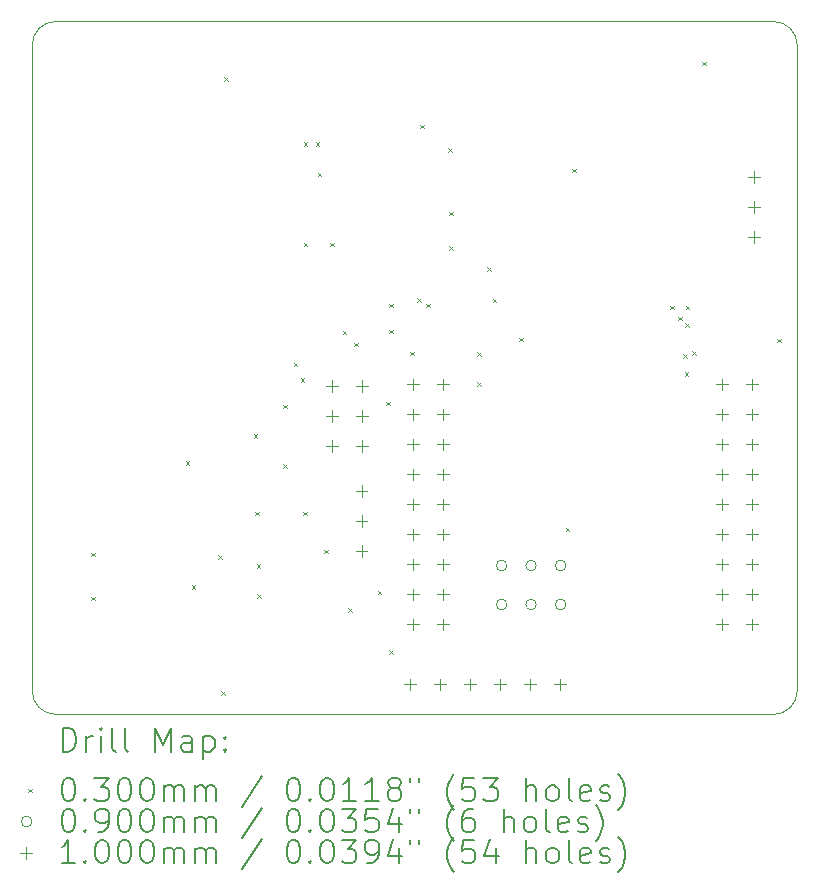
<source format=gbr>
%TF.GenerationSoftware,KiCad,Pcbnew,8.0.7*%
%TF.CreationDate,2025-05-01T01:05:52-07:00*%
%TF.ProjectId,salp_board,73616c70-5f62-46f6-9172-642e6b696361,rev?*%
%TF.SameCoordinates,Original*%
%TF.FileFunction,Drillmap*%
%TF.FilePolarity,Positive*%
%FSLAX45Y45*%
G04 Gerber Fmt 4.5, Leading zero omitted, Abs format (unit mm)*
G04 Created by KiCad (PCBNEW 8.0.7) date 2025-05-01 01:05:52*
%MOMM*%
%LPD*%
G01*
G04 APERTURE LIST*
%ADD10C,0.050000*%
%ADD11C,0.200000*%
%ADD12C,0.100000*%
G04 APERTURE END LIST*
D10*
X19637400Y-11480800D02*
X13560400Y-11480800D01*
X13360400Y-11280800D02*
X13360400Y-5813400D01*
X13560400Y-5613400D02*
X19637400Y-5613400D01*
X13560400Y-11480800D02*
G75*
G02*
X13360400Y-11280800I0J200000D01*
G01*
X19637400Y-5613400D02*
G75*
G02*
X19837400Y-5813400I0J-200000D01*
G01*
X19837400Y-5813400D02*
X19837400Y-11280800D01*
X19837400Y-11280800D02*
G75*
G02*
X19637400Y-11480800I-200000J0D01*
G01*
X13360400Y-5813400D02*
G75*
G02*
X13560400Y-5613400I200000J0D01*
G01*
D11*
D12*
X13860000Y-10485000D02*
X13890000Y-10515000D01*
X13890000Y-10485000D02*
X13860000Y-10515000D01*
X13862575Y-10112575D02*
X13892575Y-10142575D01*
X13892575Y-10112575D02*
X13862575Y-10142575D01*
X14660000Y-9335000D02*
X14690000Y-9365000D01*
X14690000Y-9335000D02*
X14660000Y-9365000D01*
X14710000Y-10385000D02*
X14740000Y-10415000D01*
X14740000Y-10385000D02*
X14710000Y-10415000D01*
X14935000Y-10135000D02*
X14965000Y-10165000D01*
X14965000Y-10135000D02*
X14935000Y-10165000D01*
X14960000Y-11285000D02*
X14990000Y-11315000D01*
X14990000Y-11285000D02*
X14960000Y-11315000D01*
X14985000Y-6085000D02*
X15015000Y-6115000D01*
X15015000Y-6085000D02*
X14985000Y-6115000D01*
X15235000Y-9110000D02*
X15265000Y-9140000D01*
X15265000Y-9110000D02*
X15235000Y-9140000D01*
X15250400Y-9764000D02*
X15280400Y-9794000D01*
X15280400Y-9764000D02*
X15250400Y-9794000D01*
X15260000Y-10210000D02*
X15290000Y-10240000D01*
X15290000Y-10210000D02*
X15260000Y-10240000D01*
X15263776Y-10463776D02*
X15293776Y-10493776D01*
X15293776Y-10463776D02*
X15263776Y-10493776D01*
X15484600Y-9360400D02*
X15514600Y-9390400D01*
X15514600Y-9360400D02*
X15484600Y-9390400D01*
X15485000Y-8860000D02*
X15515000Y-8890000D01*
X15515000Y-8860000D02*
X15485000Y-8890000D01*
X15576538Y-8501538D02*
X15606538Y-8531538D01*
X15606538Y-8501538D02*
X15576538Y-8531538D01*
X15635000Y-8635000D02*
X15665000Y-8665000D01*
X15665000Y-8635000D02*
X15635000Y-8665000D01*
X15655711Y-9764289D02*
X15685711Y-9794289D01*
X15685711Y-9764289D02*
X15655711Y-9794289D01*
X15660000Y-6635000D02*
X15690000Y-6665000D01*
X15690000Y-6635000D02*
X15660000Y-6665000D01*
X15660000Y-7485000D02*
X15690000Y-7515000D01*
X15690000Y-7485000D02*
X15660000Y-7515000D01*
X15760000Y-6635000D02*
X15790000Y-6665000D01*
X15790000Y-6635000D02*
X15760000Y-6665000D01*
X15778750Y-6893800D02*
X15808750Y-6923800D01*
X15808750Y-6893800D02*
X15778750Y-6923800D01*
X15835000Y-10085000D02*
X15865000Y-10115000D01*
X15865000Y-10085000D02*
X15835000Y-10115000D01*
X15885000Y-7485000D02*
X15915000Y-7515000D01*
X15915000Y-7485000D02*
X15885000Y-7515000D01*
X15988989Y-8231011D02*
X16018989Y-8261011D01*
X16018989Y-8231011D02*
X15988989Y-8261011D01*
X16035000Y-10582900D02*
X16065000Y-10612900D01*
X16065000Y-10582900D02*
X16035000Y-10612900D01*
X16085000Y-8335000D02*
X16115000Y-8365000D01*
X16115000Y-8335000D02*
X16085000Y-8365000D01*
X16285000Y-10435000D02*
X16315000Y-10465000D01*
X16315000Y-10435000D02*
X16285000Y-10465000D01*
X16360000Y-8835000D02*
X16390000Y-8865000D01*
X16390000Y-8835000D02*
X16360000Y-8865000D01*
X16382018Y-8002200D02*
X16412018Y-8032200D01*
X16412018Y-8002200D02*
X16382018Y-8032200D01*
X16382018Y-8222900D02*
X16412018Y-8252900D01*
X16412018Y-8222900D02*
X16382018Y-8252900D01*
X16385000Y-10935000D02*
X16415000Y-10965000D01*
X16415000Y-10935000D02*
X16385000Y-10965000D01*
X16560000Y-8410000D02*
X16590000Y-8440000D01*
X16590000Y-8410000D02*
X16560000Y-8440000D01*
X16619391Y-7954814D02*
X16649391Y-7984814D01*
X16649391Y-7954814D02*
X16619391Y-7984814D01*
X16647400Y-6487400D02*
X16677400Y-6517400D01*
X16677400Y-6487400D02*
X16647400Y-6517400D01*
X16698200Y-8002200D02*
X16728200Y-8032200D01*
X16728200Y-8002200D02*
X16698200Y-8032200D01*
X16885000Y-6685000D02*
X16915000Y-6715000D01*
X16915000Y-6685000D02*
X16885000Y-6715000D01*
X16891538Y-7518400D02*
X16921538Y-7548400D01*
X16921538Y-7518400D02*
X16891538Y-7548400D01*
X16893781Y-7226219D02*
X16923781Y-7256219D01*
X16923781Y-7226219D02*
X16893781Y-7256219D01*
X17127850Y-8416000D02*
X17157850Y-8446000D01*
X17157850Y-8416000D02*
X17127850Y-8446000D01*
X17127850Y-8670000D02*
X17157850Y-8700000D01*
X17157850Y-8670000D02*
X17127850Y-8700000D01*
X17215000Y-7695000D02*
X17245000Y-7725000D01*
X17245000Y-7695000D02*
X17215000Y-7725000D01*
X17260000Y-7960000D02*
X17290000Y-7990000D01*
X17290000Y-7960000D02*
X17260000Y-7990000D01*
X17485000Y-8290800D02*
X17515000Y-8320800D01*
X17515000Y-8290800D02*
X17485000Y-8320800D01*
X17876538Y-9901538D02*
X17906538Y-9931538D01*
X17906538Y-9901538D02*
X17876538Y-9931538D01*
X17935000Y-6860000D02*
X17965000Y-6890000D01*
X17965000Y-6860000D02*
X17935000Y-6890000D01*
X18765000Y-8020626D02*
X18795000Y-8050626D01*
X18795000Y-8020626D02*
X18765000Y-8050626D01*
X18831800Y-8113000D02*
X18861800Y-8143000D01*
X18861800Y-8113000D02*
X18831800Y-8143000D01*
X18871468Y-8429477D02*
X18901468Y-8459477D01*
X18901468Y-8429477D02*
X18871468Y-8459477D01*
X18885000Y-8585000D02*
X18915000Y-8615000D01*
X18915000Y-8585000D02*
X18885000Y-8615000D01*
X18891800Y-8169569D02*
X18921800Y-8199569D01*
X18921800Y-8169569D02*
X18891800Y-8199569D01*
X18894227Y-8020626D02*
X18924227Y-8050626D01*
X18924227Y-8020626D02*
X18894227Y-8050626D01*
X18948020Y-8406244D02*
X18978020Y-8436244D01*
X18978020Y-8406244D02*
X18948020Y-8436244D01*
X19035000Y-5954000D02*
X19065000Y-5984000D01*
X19065000Y-5954000D02*
X19035000Y-5984000D01*
X19670000Y-8298000D02*
X19700000Y-8328000D01*
X19700000Y-8298000D02*
X19670000Y-8328000D01*
X17379500Y-10220000D02*
G75*
G02*
X17289500Y-10220000I-45000J0D01*
G01*
X17289500Y-10220000D02*
G75*
G02*
X17379500Y-10220000I45000J0D01*
G01*
X17379500Y-10550000D02*
G75*
G02*
X17289500Y-10550000I-45000J0D01*
G01*
X17289500Y-10550000D02*
G75*
G02*
X17379500Y-10550000I45000J0D01*
G01*
X17629500Y-10220000D02*
G75*
G02*
X17539500Y-10220000I-45000J0D01*
G01*
X17539500Y-10220000D02*
G75*
G02*
X17629500Y-10220000I45000J0D01*
G01*
X17629500Y-10550000D02*
G75*
G02*
X17539500Y-10550000I-45000J0D01*
G01*
X17539500Y-10550000D02*
G75*
G02*
X17629500Y-10550000I45000J0D01*
G01*
X17879500Y-10220000D02*
G75*
G02*
X17789500Y-10220000I-45000J0D01*
G01*
X17789500Y-10220000D02*
G75*
G02*
X17879500Y-10220000I45000J0D01*
G01*
X17879500Y-10550000D02*
G75*
G02*
X17789500Y-10550000I-45000J0D01*
G01*
X17789500Y-10550000D02*
G75*
G02*
X17879500Y-10550000I45000J0D01*
G01*
X15896100Y-8646950D02*
X15896100Y-8746950D01*
X15846100Y-8696950D02*
X15946100Y-8696950D01*
X15896100Y-8900950D02*
X15896100Y-9000950D01*
X15846100Y-8950950D02*
X15946100Y-8950950D01*
X15896100Y-9154950D02*
X15896100Y-9254950D01*
X15846100Y-9204950D02*
X15946100Y-9204950D01*
X16149600Y-9539850D02*
X16149600Y-9639850D01*
X16099600Y-9589850D02*
X16199600Y-9589850D01*
X16149600Y-9793850D02*
X16149600Y-9893850D01*
X16099600Y-9843850D02*
X16199600Y-9843850D01*
X16149600Y-10047850D02*
X16149600Y-10147850D01*
X16099600Y-10097850D02*
X16199600Y-10097850D01*
X16150100Y-8646950D02*
X16150100Y-8746950D01*
X16100100Y-8696950D02*
X16200100Y-8696950D01*
X16150100Y-8900950D02*
X16150100Y-9000950D01*
X16100100Y-8950950D02*
X16200100Y-8950950D01*
X16150100Y-9154950D02*
X16150100Y-9254950D01*
X16100100Y-9204950D02*
X16200100Y-9204950D01*
X16560800Y-11176800D02*
X16560800Y-11276800D01*
X16510800Y-11226800D02*
X16610800Y-11226800D01*
X16586200Y-8636800D02*
X16586200Y-8736800D01*
X16536200Y-8686800D02*
X16636200Y-8686800D01*
X16586200Y-8890800D02*
X16586200Y-8990800D01*
X16536200Y-8940800D02*
X16636200Y-8940800D01*
X16586200Y-9144800D02*
X16586200Y-9244800D01*
X16536200Y-9194800D02*
X16636200Y-9194800D01*
X16586200Y-9398800D02*
X16586200Y-9498800D01*
X16536200Y-9448800D02*
X16636200Y-9448800D01*
X16586200Y-9652800D02*
X16586200Y-9752800D01*
X16536200Y-9702800D02*
X16636200Y-9702800D01*
X16586200Y-9906800D02*
X16586200Y-10006800D01*
X16536200Y-9956800D02*
X16636200Y-9956800D01*
X16586200Y-10160800D02*
X16586200Y-10260800D01*
X16536200Y-10210800D02*
X16636200Y-10210800D01*
X16586200Y-10414800D02*
X16586200Y-10514800D01*
X16536200Y-10464800D02*
X16636200Y-10464800D01*
X16586200Y-10668800D02*
X16586200Y-10768800D01*
X16536200Y-10718800D02*
X16636200Y-10718800D01*
X16814800Y-11176800D02*
X16814800Y-11276800D01*
X16764800Y-11226800D02*
X16864800Y-11226800D01*
X16840200Y-8636800D02*
X16840200Y-8736800D01*
X16790200Y-8686800D02*
X16890200Y-8686800D01*
X16840200Y-8890800D02*
X16840200Y-8990800D01*
X16790200Y-8940800D02*
X16890200Y-8940800D01*
X16840200Y-9144800D02*
X16840200Y-9244800D01*
X16790200Y-9194800D02*
X16890200Y-9194800D01*
X16840200Y-9398800D02*
X16840200Y-9498800D01*
X16790200Y-9448800D02*
X16890200Y-9448800D01*
X16840200Y-9652800D02*
X16840200Y-9752800D01*
X16790200Y-9702800D02*
X16890200Y-9702800D01*
X16840200Y-9906800D02*
X16840200Y-10006800D01*
X16790200Y-9956800D02*
X16890200Y-9956800D01*
X16840200Y-10160800D02*
X16840200Y-10260800D01*
X16790200Y-10210800D02*
X16890200Y-10210800D01*
X16840200Y-10414800D02*
X16840200Y-10514800D01*
X16790200Y-10464800D02*
X16890200Y-10464800D01*
X16840200Y-10668800D02*
X16840200Y-10768800D01*
X16790200Y-10718800D02*
X16890200Y-10718800D01*
X17068800Y-11176800D02*
X17068800Y-11276800D01*
X17018800Y-11226800D02*
X17118800Y-11226800D01*
X17322800Y-11176800D02*
X17322800Y-11276800D01*
X17272800Y-11226800D02*
X17372800Y-11226800D01*
X17576800Y-11176800D02*
X17576800Y-11276800D01*
X17526800Y-11226800D02*
X17626800Y-11226800D01*
X17830800Y-11176800D02*
X17830800Y-11276800D01*
X17780800Y-11226800D02*
X17880800Y-11226800D01*
X19202400Y-8636800D02*
X19202400Y-8736800D01*
X19152400Y-8686800D02*
X19252400Y-8686800D01*
X19202400Y-8890800D02*
X19202400Y-8990800D01*
X19152400Y-8940800D02*
X19252400Y-8940800D01*
X19202400Y-9144800D02*
X19202400Y-9244800D01*
X19152400Y-9194800D02*
X19252400Y-9194800D01*
X19202400Y-9398800D02*
X19202400Y-9498800D01*
X19152400Y-9448800D02*
X19252400Y-9448800D01*
X19202400Y-9652800D02*
X19202400Y-9752800D01*
X19152400Y-9702800D02*
X19252400Y-9702800D01*
X19202400Y-9906800D02*
X19202400Y-10006800D01*
X19152400Y-9956800D02*
X19252400Y-9956800D01*
X19202400Y-10160800D02*
X19202400Y-10260800D01*
X19152400Y-10210800D02*
X19252400Y-10210800D01*
X19202400Y-10414800D02*
X19202400Y-10514800D01*
X19152400Y-10464800D02*
X19252400Y-10464800D01*
X19202400Y-10668800D02*
X19202400Y-10768800D01*
X19152400Y-10718800D02*
X19252400Y-10718800D01*
X19456400Y-8636800D02*
X19456400Y-8736800D01*
X19406400Y-8686800D02*
X19506400Y-8686800D01*
X19456400Y-8890800D02*
X19456400Y-8990800D01*
X19406400Y-8940800D02*
X19506400Y-8940800D01*
X19456400Y-9144800D02*
X19456400Y-9244800D01*
X19406400Y-9194800D02*
X19506400Y-9194800D01*
X19456400Y-9398800D02*
X19456400Y-9498800D01*
X19406400Y-9448800D02*
X19506400Y-9448800D01*
X19456400Y-9652800D02*
X19456400Y-9752800D01*
X19406400Y-9702800D02*
X19506400Y-9702800D01*
X19456400Y-9906800D02*
X19456400Y-10006800D01*
X19406400Y-9956800D02*
X19506400Y-9956800D01*
X19456400Y-10160800D02*
X19456400Y-10260800D01*
X19406400Y-10210800D02*
X19506400Y-10210800D01*
X19456400Y-10414800D02*
X19456400Y-10514800D01*
X19406400Y-10464800D02*
X19506400Y-10464800D01*
X19456400Y-10668800D02*
X19456400Y-10768800D01*
X19406400Y-10718800D02*
X19506400Y-10718800D01*
X19472500Y-6877500D02*
X19472500Y-6977500D01*
X19422500Y-6927500D02*
X19522500Y-6927500D01*
X19472500Y-7131500D02*
X19472500Y-7231500D01*
X19422500Y-7181500D02*
X19522500Y-7181500D01*
X19472500Y-7385500D02*
X19472500Y-7485500D01*
X19422500Y-7435500D02*
X19522500Y-7435500D01*
D11*
X13618677Y-11794784D02*
X13618677Y-11594784D01*
X13618677Y-11594784D02*
X13666296Y-11594784D01*
X13666296Y-11594784D02*
X13694867Y-11604308D01*
X13694867Y-11604308D02*
X13713915Y-11623355D01*
X13713915Y-11623355D02*
X13723439Y-11642403D01*
X13723439Y-11642403D02*
X13732962Y-11680498D01*
X13732962Y-11680498D02*
X13732962Y-11709069D01*
X13732962Y-11709069D02*
X13723439Y-11747165D01*
X13723439Y-11747165D02*
X13713915Y-11766212D01*
X13713915Y-11766212D02*
X13694867Y-11785260D01*
X13694867Y-11785260D02*
X13666296Y-11794784D01*
X13666296Y-11794784D02*
X13618677Y-11794784D01*
X13818677Y-11794784D02*
X13818677Y-11661450D01*
X13818677Y-11699546D02*
X13828201Y-11680498D01*
X13828201Y-11680498D02*
X13837724Y-11670974D01*
X13837724Y-11670974D02*
X13856772Y-11661450D01*
X13856772Y-11661450D02*
X13875820Y-11661450D01*
X13942486Y-11794784D02*
X13942486Y-11661450D01*
X13942486Y-11594784D02*
X13932962Y-11604308D01*
X13932962Y-11604308D02*
X13942486Y-11613831D01*
X13942486Y-11613831D02*
X13952010Y-11604308D01*
X13952010Y-11604308D02*
X13942486Y-11594784D01*
X13942486Y-11594784D02*
X13942486Y-11613831D01*
X14066296Y-11794784D02*
X14047248Y-11785260D01*
X14047248Y-11785260D02*
X14037724Y-11766212D01*
X14037724Y-11766212D02*
X14037724Y-11594784D01*
X14171058Y-11794784D02*
X14152010Y-11785260D01*
X14152010Y-11785260D02*
X14142486Y-11766212D01*
X14142486Y-11766212D02*
X14142486Y-11594784D01*
X14399629Y-11794784D02*
X14399629Y-11594784D01*
X14399629Y-11594784D02*
X14466296Y-11737641D01*
X14466296Y-11737641D02*
X14532962Y-11594784D01*
X14532962Y-11594784D02*
X14532962Y-11794784D01*
X14713915Y-11794784D02*
X14713915Y-11690022D01*
X14713915Y-11690022D02*
X14704391Y-11670974D01*
X14704391Y-11670974D02*
X14685343Y-11661450D01*
X14685343Y-11661450D02*
X14647248Y-11661450D01*
X14647248Y-11661450D02*
X14628201Y-11670974D01*
X14713915Y-11785260D02*
X14694867Y-11794784D01*
X14694867Y-11794784D02*
X14647248Y-11794784D01*
X14647248Y-11794784D02*
X14628201Y-11785260D01*
X14628201Y-11785260D02*
X14618677Y-11766212D01*
X14618677Y-11766212D02*
X14618677Y-11747165D01*
X14618677Y-11747165D02*
X14628201Y-11728117D01*
X14628201Y-11728117D02*
X14647248Y-11718593D01*
X14647248Y-11718593D02*
X14694867Y-11718593D01*
X14694867Y-11718593D02*
X14713915Y-11709069D01*
X14809153Y-11661450D02*
X14809153Y-11861450D01*
X14809153Y-11670974D02*
X14828201Y-11661450D01*
X14828201Y-11661450D02*
X14866296Y-11661450D01*
X14866296Y-11661450D02*
X14885343Y-11670974D01*
X14885343Y-11670974D02*
X14894867Y-11680498D01*
X14894867Y-11680498D02*
X14904391Y-11699546D01*
X14904391Y-11699546D02*
X14904391Y-11756688D01*
X14904391Y-11756688D02*
X14894867Y-11775736D01*
X14894867Y-11775736D02*
X14885343Y-11785260D01*
X14885343Y-11785260D02*
X14866296Y-11794784D01*
X14866296Y-11794784D02*
X14828201Y-11794784D01*
X14828201Y-11794784D02*
X14809153Y-11785260D01*
X14990105Y-11775736D02*
X14999629Y-11785260D01*
X14999629Y-11785260D02*
X14990105Y-11794784D01*
X14990105Y-11794784D02*
X14980582Y-11785260D01*
X14980582Y-11785260D02*
X14990105Y-11775736D01*
X14990105Y-11775736D02*
X14990105Y-11794784D01*
X14990105Y-11670974D02*
X14999629Y-11680498D01*
X14999629Y-11680498D02*
X14990105Y-11690022D01*
X14990105Y-11690022D02*
X14980582Y-11680498D01*
X14980582Y-11680498D02*
X14990105Y-11670974D01*
X14990105Y-11670974D02*
X14990105Y-11690022D01*
D12*
X13327900Y-12108300D02*
X13357900Y-12138300D01*
X13357900Y-12108300D02*
X13327900Y-12138300D01*
D11*
X13656772Y-12014784D02*
X13675820Y-12014784D01*
X13675820Y-12014784D02*
X13694867Y-12024308D01*
X13694867Y-12024308D02*
X13704391Y-12033831D01*
X13704391Y-12033831D02*
X13713915Y-12052879D01*
X13713915Y-12052879D02*
X13723439Y-12090974D01*
X13723439Y-12090974D02*
X13723439Y-12138593D01*
X13723439Y-12138593D02*
X13713915Y-12176688D01*
X13713915Y-12176688D02*
X13704391Y-12195736D01*
X13704391Y-12195736D02*
X13694867Y-12205260D01*
X13694867Y-12205260D02*
X13675820Y-12214784D01*
X13675820Y-12214784D02*
X13656772Y-12214784D01*
X13656772Y-12214784D02*
X13637724Y-12205260D01*
X13637724Y-12205260D02*
X13628201Y-12195736D01*
X13628201Y-12195736D02*
X13618677Y-12176688D01*
X13618677Y-12176688D02*
X13609153Y-12138593D01*
X13609153Y-12138593D02*
X13609153Y-12090974D01*
X13609153Y-12090974D02*
X13618677Y-12052879D01*
X13618677Y-12052879D02*
X13628201Y-12033831D01*
X13628201Y-12033831D02*
X13637724Y-12024308D01*
X13637724Y-12024308D02*
X13656772Y-12014784D01*
X13809153Y-12195736D02*
X13818677Y-12205260D01*
X13818677Y-12205260D02*
X13809153Y-12214784D01*
X13809153Y-12214784D02*
X13799629Y-12205260D01*
X13799629Y-12205260D02*
X13809153Y-12195736D01*
X13809153Y-12195736D02*
X13809153Y-12214784D01*
X13885343Y-12014784D02*
X14009153Y-12014784D01*
X14009153Y-12014784D02*
X13942486Y-12090974D01*
X13942486Y-12090974D02*
X13971058Y-12090974D01*
X13971058Y-12090974D02*
X13990105Y-12100498D01*
X13990105Y-12100498D02*
X13999629Y-12110022D01*
X13999629Y-12110022D02*
X14009153Y-12129069D01*
X14009153Y-12129069D02*
X14009153Y-12176688D01*
X14009153Y-12176688D02*
X13999629Y-12195736D01*
X13999629Y-12195736D02*
X13990105Y-12205260D01*
X13990105Y-12205260D02*
X13971058Y-12214784D01*
X13971058Y-12214784D02*
X13913915Y-12214784D01*
X13913915Y-12214784D02*
X13894867Y-12205260D01*
X13894867Y-12205260D02*
X13885343Y-12195736D01*
X14132962Y-12014784D02*
X14152010Y-12014784D01*
X14152010Y-12014784D02*
X14171058Y-12024308D01*
X14171058Y-12024308D02*
X14180582Y-12033831D01*
X14180582Y-12033831D02*
X14190105Y-12052879D01*
X14190105Y-12052879D02*
X14199629Y-12090974D01*
X14199629Y-12090974D02*
X14199629Y-12138593D01*
X14199629Y-12138593D02*
X14190105Y-12176688D01*
X14190105Y-12176688D02*
X14180582Y-12195736D01*
X14180582Y-12195736D02*
X14171058Y-12205260D01*
X14171058Y-12205260D02*
X14152010Y-12214784D01*
X14152010Y-12214784D02*
X14132962Y-12214784D01*
X14132962Y-12214784D02*
X14113915Y-12205260D01*
X14113915Y-12205260D02*
X14104391Y-12195736D01*
X14104391Y-12195736D02*
X14094867Y-12176688D01*
X14094867Y-12176688D02*
X14085343Y-12138593D01*
X14085343Y-12138593D02*
X14085343Y-12090974D01*
X14085343Y-12090974D02*
X14094867Y-12052879D01*
X14094867Y-12052879D02*
X14104391Y-12033831D01*
X14104391Y-12033831D02*
X14113915Y-12024308D01*
X14113915Y-12024308D02*
X14132962Y-12014784D01*
X14323439Y-12014784D02*
X14342486Y-12014784D01*
X14342486Y-12014784D02*
X14361534Y-12024308D01*
X14361534Y-12024308D02*
X14371058Y-12033831D01*
X14371058Y-12033831D02*
X14380582Y-12052879D01*
X14380582Y-12052879D02*
X14390105Y-12090974D01*
X14390105Y-12090974D02*
X14390105Y-12138593D01*
X14390105Y-12138593D02*
X14380582Y-12176688D01*
X14380582Y-12176688D02*
X14371058Y-12195736D01*
X14371058Y-12195736D02*
X14361534Y-12205260D01*
X14361534Y-12205260D02*
X14342486Y-12214784D01*
X14342486Y-12214784D02*
X14323439Y-12214784D01*
X14323439Y-12214784D02*
X14304391Y-12205260D01*
X14304391Y-12205260D02*
X14294867Y-12195736D01*
X14294867Y-12195736D02*
X14285343Y-12176688D01*
X14285343Y-12176688D02*
X14275820Y-12138593D01*
X14275820Y-12138593D02*
X14275820Y-12090974D01*
X14275820Y-12090974D02*
X14285343Y-12052879D01*
X14285343Y-12052879D02*
X14294867Y-12033831D01*
X14294867Y-12033831D02*
X14304391Y-12024308D01*
X14304391Y-12024308D02*
X14323439Y-12014784D01*
X14475820Y-12214784D02*
X14475820Y-12081450D01*
X14475820Y-12100498D02*
X14485343Y-12090974D01*
X14485343Y-12090974D02*
X14504391Y-12081450D01*
X14504391Y-12081450D02*
X14532963Y-12081450D01*
X14532963Y-12081450D02*
X14552010Y-12090974D01*
X14552010Y-12090974D02*
X14561534Y-12110022D01*
X14561534Y-12110022D02*
X14561534Y-12214784D01*
X14561534Y-12110022D02*
X14571058Y-12090974D01*
X14571058Y-12090974D02*
X14590105Y-12081450D01*
X14590105Y-12081450D02*
X14618677Y-12081450D01*
X14618677Y-12081450D02*
X14637724Y-12090974D01*
X14637724Y-12090974D02*
X14647248Y-12110022D01*
X14647248Y-12110022D02*
X14647248Y-12214784D01*
X14742486Y-12214784D02*
X14742486Y-12081450D01*
X14742486Y-12100498D02*
X14752010Y-12090974D01*
X14752010Y-12090974D02*
X14771058Y-12081450D01*
X14771058Y-12081450D02*
X14799629Y-12081450D01*
X14799629Y-12081450D02*
X14818677Y-12090974D01*
X14818677Y-12090974D02*
X14828201Y-12110022D01*
X14828201Y-12110022D02*
X14828201Y-12214784D01*
X14828201Y-12110022D02*
X14837724Y-12090974D01*
X14837724Y-12090974D02*
X14856772Y-12081450D01*
X14856772Y-12081450D02*
X14885343Y-12081450D01*
X14885343Y-12081450D02*
X14904391Y-12090974D01*
X14904391Y-12090974D02*
X14913915Y-12110022D01*
X14913915Y-12110022D02*
X14913915Y-12214784D01*
X15304391Y-12005260D02*
X15132963Y-12262403D01*
X15561534Y-12014784D02*
X15580582Y-12014784D01*
X15580582Y-12014784D02*
X15599629Y-12024308D01*
X15599629Y-12024308D02*
X15609153Y-12033831D01*
X15609153Y-12033831D02*
X15618677Y-12052879D01*
X15618677Y-12052879D02*
X15628201Y-12090974D01*
X15628201Y-12090974D02*
X15628201Y-12138593D01*
X15628201Y-12138593D02*
X15618677Y-12176688D01*
X15618677Y-12176688D02*
X15609153Y-12195736D01*
X15609153Y-12195736D02*
X15599629Y-12205260D01*
X15599629Y-12205260D02*
X15580582Y-12214784D01*
X15580582Y-12214784D02*
X15561534Y-12214784D01*
X15561534Y-12214784D02*
X15542486Y-12205260D01*
X15542486Y-12205260D02*
X15532963Y-12195736D01*
X15532963Y-12195736D02*
X15523439Y-12176688D01*
X15523439Y-12176688D02*
X15513915Y-12138593D01*
X15513915Y-12138593D02*
X15513915Y-12090974D01*
X15513915Y-12090974D02*
X15523439Y-12052879D01*
X15523439Y-12052879D02*
X15532963Y-12033831D01*
X15532963Y-12033831D02*
X15542486Y-12024308D01*
X15542486Y-12024308D02*
X15561534Y-12014784D01*
X15713915Y-12195736D02*
X15723439Y-12205260D01*
X15723439Y-12205260D02*
X15713915Y-12214784D01*
X15713915Y-12214784D02*
X15704391Y-12205260D01*
X15704391Y-12205260D02*
X15713915Y-12195736D01*
X15713915Y-12195736D02*
X15713915Y-12214784D01*
X15847248Y-12014784D02*
X15866296Y-12014784D01*
X15866296Y-12014784D02*
X15885344Y-12024308D01*
X15885344Y-12024308D02*
X15894867Y-12033831D01*
X15894867Y-12033831D02*
X15904391Y-12052879D01*
X15904391Y-12052879D02*
X15913915Y-12090974D01*
X15913915Y-12090974D02*
X15913915Y-12138593D01*
X15913915Y-12138593D02*
X15904391Y-12176688D01*
X15904391Y-12176688D02*
X15894867Y-12195736D01*
X15894867Y-12195736D02*
X15885344Y-12205260D01*
X15885344Y-12205260D02*
X15866296Y-12214784D01*
X15866296Y-12214784D02*
X15847248Y-12214784D01*
X15847248Y-12214784D02*
X15828201Y-12205260D01*
X15828201Y-12205260D02*
X15818677Y-12195736D01*
X15818677Y-12195736D02*
X15809153Y-12176688D01*
X15809153Y-12176688D02*
X15799629Y-12138593D01*
X15799629Y-12138593D02*
X15799629Y-12090974D01*
X15799629Y-12090974D02*
X15809153Y-12052879D01*
X15809153Y-12052879D02*
X15818677Y-12033831D01*
X15818677Y-12033831D02*
X15828201Y-12024308D01*
X15828201Y-12024308D02*
X15847248Y-12014784D01*
X16104391Y-12214784D02*
X15990106Y-12214784D01*
X16047248Y-12214784D02*
X16047248Y-12014784D01*
X16047248Y-12014784D02*
X16028201Y-12043355D01*
X16028201Y-12043355D02*
X16009153Y-12062403D01*
X16009153Y-12062403D02*
X15990106Y-12071927D01*
X16294867Y-12214784D02*
X16180582Y-12214784D01*
X16237725Y-12214784D02*
X16237725Y-12014784D01*
X16237725Y-12014784D02*
X16218677Y-12043355D01*
X16218677Y-12043355D02*
X16199629Y-12062403D01*
X16199629Y-12062403D02*
X16180582Y-12071927D01*
X16409153Y-12100498D02*
X16390106Y-12090974D01*
X16390106Y-12090974D02*
X16380582Y-12081450D01*
X16380582Y-12081450D02*
X16371058Y-12062403D01*
X16371058Y-12062403D02*
X16371058Y-12052879D01*
X16371058Y-12052879D02*
X16380582Y-12033831D01*
X16380582Y-12033831D02*
X16390106Y-12024308D01*
X16390106Y-12024308D02*
X16409153Y-12014784D01*
X16409153Y-12014784D02*
X16447248Y-12014784D01*
X16447248Y-12014784D02*
X16466296Y-12024308D01*
X16466296Y-12024308D02*
X16475820Y-12033831D01*
X16475820Y-12033831D02*
X16485344Y-12052879D01*
X16485344Y-12052879D02*
X16485344Y-12062403D01*
X16485344Y-12062403D02*
X16475820Y-12081450D01*
X16475820Y-12081450D02*
X16466296Y-12090974D01*
X16466296Y-12090974D02*
X16447248Y-12100498D01*
X16447248Y-12100498D02*
X16409153Y-12100498D01*
X16409153Y-12100498D02*
X16390106Y-12110022D01*
X16390106Y-12110022D02*
X16380582Y-12119546D01*
X16380582Y-12119546D02*
X16371058Y-12138593D01*
X16371058Y-12138593D02*
X16371058Y-12176688D01*
X16371058Y-12176688D02*
X16380582Y-12195736D01*
X16380582Y-12195736D02*
X16390106Y-12205260D01*
X16390106Y-12205260D02*
X16409153Y-12214784D01*
X16409153Y-12214784D02*
X16447248Y-12214784D01*
X16447248Y-12214784D02*
X16466296Y-12205260D01*
X16466296Y-12205260D02*
X16475820Y-12195736D01*
X16475820Y-12195736D02*
X16485344Y-12176688D01*
X16485344Y-12176688D02*
X16485344Y-12138593D01*
X16485344Y-12138593D02*
X16475820Y-12119546D01*
X16475820Y-12119546D02*
X16466296Y-12110022D01*
X16466296Y-12110022D02*
X16447248Y-12100498D01*
X16561534Y-12014784D02*
X16561534Y-12052879D01*
X16637725Y-12014784D02*
X16637725Y-12052879D01*
X16932963Y-12290974D02*
X16923439Y-12281450D01*
X16923439Y-12281450D02*
X16904391Y-12252879D01*
X16904391Y-12252879D02*
X16894868Y-12233831D01*
X16894868Y-12233831D02*
X16885344Y-12205260D01*
X16885344Y-12205260D02*
X16875820Y-12157641D01*
X16875820Y-12157641D02*
X16875820Y-12119546D01*
X16875820Y-12119546D02*
X16885344Y-12071927D01*
X16885344Y-12071927D02*
X16894868Y-12043355D01*
X16894868Y-12043355D02*
X16904391Y-12024308D01*
X16904391Y-12024308D02*
X16923439Y-11995736D01*
X16923439Y-11995736D02*
X16932963Y-11986212D01*
X17104391Y-12014784D02*
X17009153Y-12014784D01*
X17009153Y-12014784D02*
X16999630Y-12110022D01*
X16999630Y-12110022D02*
X17009153Y-12100498D01*
X17009153Y-12100498D02*
X17028201Y-12090974D01*
X17028201Y-12090974D02*
X17075820Y-12090974D01*
X17075820Y-12090974D02*
X17094868Y-12100498D01*
X17094868Y-12100498D02*
X17104391Y-12110022D01*
X17104391Y-12110022D02*
X17113915Y-12129069D01*
X17113915Y-12129069D02*
X17113915Y-12176688D01*
X17113915Y-12176688D02*
X17104391Y-12195736D01*
X17104391Y-12195736D02*
X17094868Y-12205260D01*
X17094868Y-12205260D02*
X17075820Y-12214784D01*
X17075820Y-12214784D02*
X17028201Y-12214784D01*
X17028201Y-12214784D02*
X17009153Y-12205260D01*
X17009153Y-12205260D02*
X16999630Y-12195736D01*
X17180582Y-12014784D02*
X17304391Y-12014784D01*
X17304391Y-12014784D02*
X17237725Y-12090974D01*
X17237725Y-12090974D02*
X17266296Y-12090974D01*
X17266296Y-12090974D02*
X17285344Y-12100498D01*
X17285344Y-12100498D02*
X17294868Y-12110022D01*
X17294868Y-12110022D02*
X17304391Y-12129069D01*
X17304391Y-12129069D02*
X17304391Y-12176688D01*
X17304391Y-12176688D02*
X17294868Y-12195736D01*
X17294868Y-12195736D02*
X17285344Y-12205260D01*
X17285344Y-12205260D02*
X17266296Y-12214784D01*
X17266296Y-12214784D02*
X17209153Y-12214784D01*
X17209153Y-12214784D02*
X17190106Y-12205260D01*
X17190106Y-12205260D02*
X17180582Y-12195736D01*
X17542487Y-12214784D02*
X17542487Y-12014784D01*
X17628201Y-12214784D02*
X17628201Y-12110022D01*
X17628201Y-12110022D02*
X17618677Y-12090974D01*
X17618677Y-12090974D02*
X17599630Y-12081450D01*
X17599630Y-12081450D02*
X17571058Y-12081450D01*
X17571058Y-12081450D02*
X17552011Y-12090974D01*
X17552011Y-12090974D02*
X17542487Y-12100498D01*
X17752011Y-12214784D02*
X17732963Y-12205260D01*
X17732963Y-12205260D02*
X17723439Y-12195736D01*
X17723439Y-12195736D02*
X17713915Y-12176688D01*
X17713915Y-12176688D02*
X17713915Y-12119546D01*
X17713915Y-12119546D02*
X17723439Y-12100498D01*
X17723439Y-12100498D02*
X17732963Y-12090974D01*
X17732963Y-12090974D02*
X17752011Y-12081450D01*
X17752011Y-12081450D02*
X17780582Y-12081450D01*
X17780582Y-12081450D02*
X17799630Y-12090974D01*
X17799630Y-12090974D02*
X17809153Y-12100498D01*
X17809153Y-12100498D02*
X17818677Y-12119546D01*
X17818677Y-12119546D02*
X17818677Y-12176688D01*
X17818677Y-12176688D02*
X17809153Y-12195736D01*
X17809153Y-12195736D02*
X17799630Y-12205260D01*
X17799630Y-12205260D02*
X17780582Y-12214784D01*
X17780582Y-12214784D02*
X17752011Y-12214784D01*
X17932963Y-12214784D02*
X17913915Y-12205260D01*
X17913915Y-12205260D02*
X17904392Y-12186212D01*
X17904392Y-12186212D02*
X17904392Y-12014784D01*
X18085344Y-12205260D02*
X18066296Y-12214784D01*
X18066296Y-12214784D02*
X18028201Y-12214784D01*
X18028201Y-12214784D02*
X18009153Y-12205260D01*
X18009153Y-12205260D02*
X17999630Y-12186212D01*
X17999630Y-12186212D02*
X17999630Y-12110022D01*
X17999630Y-12110022D02*
X18009153Y-12090974D01*
X18009153Y-12090974D02*
X18028201Y-12081450D01*
X18028201Y-12081450D02*
X18066296Y-12081450D01*
X18066296Y-12081450D02*
X18085344Y-12090974D01*
X18085344Y-12090974D02*
X18094868Y-12110022D01*
X18094868Y-12110022D02*
X18094868Y-12129069D01*
X18094868Y-12129069D02*
X17999630Y-12148117D01*
X18171058Y-12205260D02*
X18190106Y-12214784D01*
X18190106Y-12214784D02*
X18228201Y-12214784D01*
X18228201Y-12214784D02*
X18247249Y-12205260D01*
X18247249Y-12205260D02*
X18256773Y-12186212D01*
X18256773Y-12186212D02*
X18256773Y-12176688D01*
X18256773Y-12176688D02*
X18247249Y-12157641D01*
X18247249Y-12157641D02*
X18228201Y-12148117D01*
X18228201Y-12148117D02*
X18199630Y-12148117D01*
X18199630Y-12148117D02*
X18180582Y-12138593D01*
X18180582Y-12138593D02*
X18171058Y-12119546D01*
X18171058Y-12119546D02*
X18171058Y-12110022D01*
X18171058Y-12110022D02*
X18180582Y-12090974D01*
X18180582Y-12090974D02*
X18199630Y-12081450D01*
X18199630Y-12081450D02*
X18228201Y-12081450D01*
X18228201Y-12081450D02*
X18247249Y-12090974D01*
X18323439Y-12290974D02*
X18332963Y-12281450D01*
X18332963Y-12281450D02*
X18352011Y-12252879D01*
X18352011Y-12252879D02*
X18361534Y-12233831D01*
X18361534Y-12233831D02*
X18371058Y-12205260D01*
X18371058Y-12205260D02*
X18380582Y-12157641D01*
X18380582Y-12157641D02*
X18380582Y-12119546D01*
X18380582Y-12119546D02*
X18371058Y-12071927D01*
X18371058Y-12071927D02*
X18361534Y-12043355D01*
X18361534Y-12043355D02*
X18352011Y-12024308D01*
X18352011Y-12024308D02*
X18332963Y-11995736D01*
X18332963Y-11995736D02*
X18323439Y-11986212D01*
D12*
X13357900Y-12387300D02*
G75*
G02*
X13267900Y-12387300I-45000J0D01*
G01*
X13267900Y-12387300D02*
G75*
G02*
X13357900Y-12387300I45000J0D01*
G01*
D11*
X13656772Y-12278784D02*
X13675820Y-12278784D01*
X13675820Y-12278784D02*
X13694867Y-12288308D01*
X13694867Y-12288308D02*
X13704391Y-12297831D01*
X13704391Y-12297831D02*
X13713915Y-12316879D01*
X13713915Y-12316879D02*
X13723439Y-12354974D01*
X13723439Y-12354974D02*
X13723439Y-12402593D01*
X13723439Y-12402593D02*
X13713915Y-12440688D01*
X13713915Y-12440688D02*
X13704391Y-12459736D01*
X13704391Y-12459736D02*
X13694867Y-12469260D01*
X13694867Y-12469260D02*
X13675820Y-12478784D01*
X13675820Y-12478784D02*
X13656772Y-12478784D01*
X13656772Y-12478784D02*
X13637724Y-12469260D01*
X13637724Y-12469260D02*
X13628201Y-12459736D01*
X13628201Y-12459736D02*
X13618677Y-12440688D01*
X13618677Y-12440688D02*
X13609153Y-12402593D01*
X13609153Y-12402593D02*
X13609153Y-12354974D01*
X13609153Y-12354974D02*
X13618677Y-12316879D01*
X13618677Y-12316879D02*
X13628201Y-12297831D01*
X13628201Y-12297831D02*
X13637724Y-12288308D01*
X13637724Y-12288308D02*
X13656772Y-12278784D01*
X13809153Y-12459736D02*
X13818677Y-12469260D01*
X13818677Y-12469260D02*
X13809153Y-12478784D01*
X13809153Y-12478784D02*
X13799629Y-12469260D01*
X13799629Y-12469260D02*
X13809153Y-12459736D01*
X13809153Y-12459736D02*
X13809153Y-12478784D01*
X13913915Y-12478784D02*
X13952010Y-12478784D01*
X13952010Y-12478784D02*
X13971058Y-12469260D01*
X13971058Y-12469260D02*
X13980582Y-12459736D01*
X13980582Y-12459736D02*
X13999629Y-12431165D01*
X13999629Y-12431165D02*
X14009153Y-12393069D01*
X14009153Y-12393069D02*
X14009153Y-12316879D01*
X14009153Y-12316879D02*
X13999629Y-12297831D01*
X13999629Y-12297831D02*
X13990105Y-12288308D01*
X13990105Y-12288308D02*
X13971058Y-12278784D01*
X13971058Y-12278784D02*
X13932962Y-12278784D01*
X13932962Y-12278784D02*
X13913915Y-12288308D01*
X13913915Y-12288308D02*
X13904391Y-12297831D01*
X13904391Y-12297831D02*
X13894867Y-12316879D01*
X13894867Y-12316879D02*
X13894867Y-12364498D01*
X13894867Y-12364498D02*
X13904391Y-12383546D01*
X13904391Y-12383546D02*
X13913915Y-12393069D01*
X13913915Y-12393069D02*
X13932962Y-12402593D01*
X13932962Y-12402593D02*
X13971058Y-12402593D01*
X13971058Y-12402593D02*
X13990105Y-12393069D01*
X13990105Y-12393069D02*
X13999629Y-12383546D01*
X13999629Y-12383546D02*
X14009153Y-12364498D01*
X14132962Y-12278784D02*
X14152010Y-12278784D01*
X14152010Y-12278784D02*
X14171058Y-12288308D01*
X14171058Y-12288308D02*
X14180582Y-12297831D01*
X14180582Y-12297831D02*
X14190105Y-12316879D01*
X14190105Y-12316879D02*
X14199629Y-12354974D01*
X14199629Y-12354974D02*
X14199629Y-12402593D01*
X14199629Y-12402593D02*
X14190105Y-12440688D01*
X14190105Y-12440688D02*
X14180582Y-12459736D01*
X14180582Y-12459736D02*
X14171058Y-12469260D01*
X14171058Y-12469260D02*
X14152010Y-12478784D01*
X14152010Y-12478784D02*
X14132962Y-12478784D01*
X14132962Y-12478784D02*
X14113915Y-12469260D01*
X14113915Y-12469260D02*
X14104391Y-12459736D01*
X14104391Y-12459736D02*
X14094867Y-12440688D01*
X14094867Y-12440688D02*
X14085343Y-12402593D01*
X14085343Y-12402593D02*
X14085343Y-12354974D01*
X14085343Y-12354974D02*
X14094867Y-12316879D01*
X14094867Y-12316879D02*
X14104391Y-12297831D01*
X14104391Y-12297831D02*
X14113915Y-12288308D01*
X14113915Y-12288308D02*
X14132962Y-12278784D01*
X14323439Y-12278784D02*
X14342486Y-12278784D01*
X14342486Y-12278784D02*
X14361534Y-12288308D01*
X14361534Y-12288308D02*
X14371058Y-12297831D01*
X14371058Y-12297831D02*
X14380582Y-12316879D01*
X14380582Y-12316879D02*
X14390105Y-12354974D01*
X14390105Y-12354974D02*
X14390105Y-12402593D01*
X14390105Y-12402593D02*
X14380582Y-12440688D01*
X14380582Y-12440688D02*
X14371058Y-12459736D01*
X14371058Y-12459736D02*
X14361534Y-12469260D01*
X14361534Y-12469260D02*
X14342486Y-12478784D01*
X14342486Y-12478784D02*
X14323439Y-12478784D01*
X14323439Y-12478784D02*
X14304391Y-12469260D01*
X14304391Y-12469260D02*
X14294867Y-12459736D01*
X14294867Y-12459736D02*
X14285343Y-12440688D01*
X14285343Y-12440688D02*
X14275820Y-12402593D01*
X14275820Y-12402593D02*
X14275820Y-12354974D01*
X14275820Y-12354974D02*
X14285343Y-12316879D01*
X14285343Y-12316879D02*
X14294867Y-12297831D01*
X14294867Y-12297831D02*
X14304391Y-12288308D01*
X14304391Y-12288308D02*
X14323439Y-12278784D01*
X14475820Y-12478784D02*
X14475820Y-12345450D01*
X14475820Y-12364498D02*
X14485343Y-12354974D01*
X14485343Y-12354974D02*
X14504391Y-12345450D01*
X14504391Y-12345450D02*
X14532963Y-12345450D01*
X14532963Y-12345450D02*
X14552010Y-12354974D01*
X14552010Y-12354974D02*
X14561534Y-12374022D01*
X14561534Y-12374022D02*
X14561534Y-12478784D01*
X14561534Y-12374022D02*
X14571058Y-12354974D01*
X14571058Y-12354974D02*
X14590105Y-12345450D01*
X14590105Y-12345450D02*
X14618677Y-12345450D01*
X14618677Y-12345450D02*
X14637724Y-12354974D01*
X14637724Y-12354974D02*
X14647248Y-12374022D01*
X14647248Y-12374022D02*
X14647248Y-12478784D01*
X14742486Y-12478784D02*
X14742486Y-12345450D01*
X14742486Y-12364498D02*
X14752010Y-12354974D01*
X14752010Y-12354974D02*
X14771058Y-12345450D01*
X14771058Y-12345450D02*
X14799629Y-12345450D01*
X14799629Y-12345450D02*
X14818677Y-12354974D01*
X14818677Y-12354974D02*
X14828201Y-12374022D01*
X14828201Y-12374022D02*
X14828201Y-12478784D01*
X14828201Y-12374022D02*
X14837724Y-12354974D01*
X14837724Y-12354974D02*
X14856772Y-12345450D01*
X14856772Y-12345450D02*
X14885343Y-12345450D01*
X14885343Y-12345450D02*
X14904391Y-12354974D01*
X14904391Y-12354974D02*
X14913915Y-12374022D01*
X14913915Y-12374022D02*
X14913915Y-12478784D01*
X15304391Y-12269260D02*
X15132963Y-12526403D01*
X15561534Y-12278784D02*
X15580582Y-12278784D01*
X15580582Y-12278784D02*
X15599629Y-12288308D01*
X15599629Y-12288308D02*
X15609153Y-12297831D01*
X15609153Y-12297831D02*
X15618677Y-12316879D01*
X15618677Y-12316879D02*
X15628201Y-12354974D01*
X15628201Y-12354974D02*
X15628201Y-12402593D01*
X15628201Y-12402593D02*
X15618677Y-12440688D01*
X15618677Y-12440688D02*
X15609153Y-12459736D01*
X15609153Y-12459736D02*
X15599629Y-12469260D01*
X15599629Y-12469260D02*
X15580582Y-12478784D01*
X15580582Y-12478784D02*
X15561534Y-12478784D01*
X15561534Y-12478784D02*
X15542486Y-12469260D01*
X15542486Y-12469260D02*
X15532963Y-12459736D01*
X15532963Y-12459736D02*
X15523439Y-12440688D01*
X15523439Y-12440688D02*
X15513915Y-12402593D01*
X15513915Y-12402593D02*
X15513915Y-12354974D01*
X15513915Y-12354974D02*
X15523439Y-12316879D01*
X15523439Y-12316879D02*
X15532963Y-12297831D01*
X15532963Y-12297831D02*
X15542486Y-12288308D01*
X15542486Y-12288308D02*
X15561534Y-12278784D01*
X15713915Y-12459736D02*
X15723439Y-12469260D01*
X15723439Y-12469260D02*
X15713915Y-12478784D01*
X15713915Y-12478784D02*
X15704391Y-12469260D01*
X15704391Y-12469260D02*
X15713915Y-12459736D01*
X15713915Y-12459736D02*
X15713915Y-12478784D01*
X15847248Y-12278784D02*
X15866296Y-12278784D01*
X15866296Y-12278784D02*
X15885344Y-12288308D01*
X15885344Y-12288308D02*
X15894867Y-12297831D01*
X15894867Y-12297831D02*
X15904391Y-12316879D01*
X15904391Y-12316879D02*
X15913915Y-12354974D01*
X15913915Y-12354974D02*
X15913915Y-12402593D01*
X15913915Y-12402593D02*
X15904391Y-12440688D01*
X15904391Y-12440688D02*
X15894867Y-12459736D01*
X15894867Y-12459736D02*
X15885344Y-12469260D01*
X15885344Y-12469260D02*
X15866296Y-12478784D01*
X15866296Y-12478784D02*
X15847248Y-12478784D01*
X15847248Y-12478784D02*
X15828201Y-12469260D01*
X15828201Y-12469260D02*
X15818677Y-12459736D01*
X15818677Y-12459736D02*
X15809153Y-12440688D01*
X15809153Y-12440688D02*
X15799629Y-12402593D01*
X15799629Y-12402593D02*
X15799629Y-12354974D01*
X15799629Y-12354974D02*
X15809153Y-12316879D01*
X15809153Y-12316879D02*
X15818677Y-12297831D01*
X15818677Y-12297831D02*
X15828201Y-12288308D01*
X15828201Y-12288308D02*
X15847248Y-12278784D01*
X15980582Y-12278784D02*
X16104391Y-12278784D01*
X16104391Y-12278784D02*
X16037725Y-12354974D01*
X16037725Y-12354974D02*
X16066296Y-12354974D01*
X16066296Y-12354974D02*
X16085344Y-12364498D01*
X16085344Y-12364498D02*
X16094867Y-12374022D01*
X16094867Y-12374022D02*
X16104391Y-12393069D01*
X16104391Y-12393069D02*
X16104391Y-12440688D01*
X16104391Y-12440688D02*
X16094867Y-12459736D01*
X16094867Y-12459736D02*
X16085344Y-12469260D01*
X16085344Y-12469260D02*
X16066296Y-12478784D01*
X16066296Y-12478784D02*
X16009153Y-12478784D01*
X16009153Y-12478784D02*
X15990106Y-12469260D01*
X15990106Y-12469260D02*
X15980582Y-12459736D01*
X16285344Y-12278784D02*
X16190106Y-12278784D01*
X16190106Y-12278784D02*
X16180582Y-12374022D01*
X16180582Y-12374022D02*
X16190106Y-12364498D01*
X16190106Y-12364498D02*
X16209153Y-12354974D01*
X16209153Y-12354974D02*
X16256772Y-12354974D01*
X16256772Y-12354974D02*
X16275820Y-12364498D01*
X16275820Y-12364498D02*
X16285344Y-12374022D01*
X16285344Y-12374022D02*
X16294867Y-12393069D01*
X16294867Y-12393069D02*
X16294867Y-12440688D01*
X16294867Y-12440688D02*
X16285344Y-12459736D01*
X16285344Y-12459736D02*
X16275820Y-12469260D01*
X16275820Y-12469260D02*
X16256772Y-12478784D01*
X16256772Y-12478784D02*
X16209153Y-12478784D01*
X16209153Y-12478784D02*
X16190106Y-12469260D01*
X16190106Y-12469260D02*
X16180582Y-12459736D01*
X16466296Y-12345450D02*
X16466296Y-12478784D01*
X16418677Y-12269260D02*
X16371058Y-12412117D01*
X16371058Y-12412117D02*
X16494867Y-12412117D01*
X16561534Y-12278784D02*
X16561534Y-12316879D01*
X16637725Y-12278784D02*
X16637725Y-12316879D01*
X16932963Y-12554974D02*
X16923439Y-12545450D01*
X16923439Y-12545450D02*
X16904391Y-12516879D01*
X16904391Y-12516879D02*
X16894868Y-12497831D01*
X16894868Y-12497831D02*
X16885344Y-12469260D01*
X16885344Y-12469260D02*
X16875820Y-12421641D01*
X16875820Y-12421641D02*
X16875820Y-12383546D01*
X16875820Y-12383546D02*
X16885344Y-12335927D01*
X16885344Y-12335927D02*
X16894868Y-12307355D01*
X16894868Y-12307355D02*
X16904391Y-12288308D01*
X16904391Y-12288308D02*
X16923439Y-12259736D01*
X16923439Y-12259736D02*
X16932963Y-12250212D01*
X17094868Y-12278784D02*
X17056772Y-12278784D01*
X17056772Y-12278784D02*
X17037725Y-12288308D01*
X17037725Y-12288308D02*
X17028201Y-12297831D01*
X17028201Y-12297831D02*
X17009153Y-12326403D01*
X17009153Y-12326403D02*
X16999630Y-12364498D01*
X16999630Y-12364498D02*
X16999630Y-12440688D01*
X16999630Y-12440688D02*
X17009153Y-12459736D01*
X17009153Y-12459736D02*
X17018677Y-12469260D01*
X17018677Y-12469260D02*
X17037725Y-12478784D01*
X17037725Y-12478784D02*
X17075820Y-12478784D01*
X17075820Y-12478784D02*
X17094868Y-12469260D01*
X17094868Y-12469260D02*
X17104391Y-12459736D01*
X17104391Y-12459736D02*
X17113915Y-12440688D01*
X17113915Y-12440688D02*
X17113915Y-12393069D01*
X17113915Y-12393069D02*
X17104391Y-12374022D01*
X17104391Y-12374022D02*
X17094868Y-12364498D01*
X17094868Y-12364498D02*
X17075820Y-12354974D01*
X17075820Y-12354974D02*
X17037725Y-12354974D01*
X17037725Y-12354974D02*
X17018677Y-12364498D01*
X17018677Y-12364498D02*
X17009153Y-12374022D01*
X17009153Y-12374022D02*
X16999630Y-12393069D01*
X17352011Y-12478784D02*
X17352011Y-12278784D01*
X17437725Y-12478784D02*
X17437725Y-12374022D01*
X17437725Y-12374022D02*
X17428201Y-12354974D01*
X17428201Y-12354974D02*
X17409153Y-12345450D01*
X17409153Y-12345450D02*
X17380582Y-12345450D01*
X17380582Y-12345450D02*
X17361534Y-12354974D01*
X17361534Y-12354974D02*
X17352011Y-12364498D01*
X17561534Y-12478784D02*
X17542487Y-12469260D01*
X17542487Y-12469260D02*
X17532963Y-12459736D01*
X17532963Y-12459736D02*
X17523439Y-12440688D01*
X17523439Y-12440688D02*
X17523439Y-12383546D01*
X17523439Y-12383546D02*
X17532963Y-12364498D01*
X17532963Y-12364498D02*
X17542487Y-12354974D01*
X17542487Y-12354974D02*
X17561534Y-12345450D01*
X17561534Y-12345450D02*
X17590106Y-12345450D01*
X17590106Y-12345450D02*
X17609153Y-12354974D01*
X17609153Y-12354974D02*
X17618677Y-12364498D01*
X17618677Y-12364498D02*
X17628201Y-12383546D01*
X17628201Y-12383546D02*
X17628201Y-12440688D01*
X17628201Y-12440688D02*
X17618677Y-12459736D01*
X17618677Y-12459736D02*
X17609153Y-12469260D01*
X17609153Y-12469260D02*
X17590106Y-12478784D01*
X17590106Y-12478784D02*
X17561534Y-12478784D01*
X17742487Y-12478784D02*
X17723439Y-12469260D01*
X17723439Y-12469260D02*
X17713915Y-12450212D01*
X17713915Y-12450212D02*
X17713915Y-12278784D01*
X17894868Y-12469260D02*
X17875820Y-12478784D01*
X17875820Y-12478784D02*
X17837725Y-12478784D01*
X17837725Y-12478784D02*
X17818677Y-12469260D01*
X17818677Y-12469260D02*
X17809153Y-12450212D01*
X17809153Y-12450212D02*
X17809153Y-12374022D01*
X17809153Y-12374022D02*
X17818677Y-12354974D01*
X17818677Y-12354974D02*
X17837725Y-12345450D01*
X17837725Y-12345450D02*
X17875820Y-12345450D01*
X17875820Y-12345450D02*
X17894868Y-12354974D01*
X17894868Y-12354974D02*
X17904392Y-12374022D01*
X17904392Y-12374022D02*
X17904392Y-12393069D01*
X17904392Y-12393069D02*
X17809153Y-12412117D01*
X17980582Y-12469260D02*
X17999630Y-12478784D01*
X17999630Y-12478784D02*
X18037725Y-12478784D01*
X18037725Y-12478784D02*
X18056773Y-12469260D01*
X18056773Y-12469260D02*
X18066296Y-12450212D01*
X18066296Y-12450212D02*
X18066296Y-12440688D01*
X18066296Y-12440688D02*
X18056773Y-12421641D01*
X18056773Y-12421641D02*
X18037725Y-12412117D01*
X18037725Y-12412117D02*
X18009153Y-12412117D01*
X18009153Y-12412117D02*
X17990106Y-12402593D01*
X17990106Y-12402593D02*
X17980582Y-12383546D01*
X17980582Y-12383546D02*
X17980582Y-12374022D01*
X17980582Y-12374022D02*
X17990106Y-12354974D01*
X17990106Y-12354974D02*
X18009153Y-12345450D01*
X18009153Y-12345450D02*
X18037725Y-12345450D01*
X18037725Y-12345450D02*
X18056773Y-12354974D01*
X18132963Y-12554974D02*
X18142487Y-12545450D01*
X18142487Y-12545450D02*
X18161534Y-12516879D01*
X18161534Y-12516879D02*
X18171058Y-12497831D01*
X18171058Y-12497831D02*
X18180582Y-12469260D01*
X18180582Y-12469260D02*
X18190106Y-12421641D01*
X18190106Y-12421641D02*
X18190106Y-12383546D01*
X18190106Y-12383546D02*
X18180582Y-12335927D01*
X18180582Y-12335927D02*
X18171058Y-12307355D01*
X18171058Y-12307355D02*
X18161534Y-12288308D01*
X18161534Y-12288308D02*
X18142487Y-12259736D01*
X18142487Y-12259736D02*
X18132963Y-12250212D01*
D12*
X13307900Y-12601300D02*
X13307900Y-12701300D01*
X13257900Y-12651300D02*
X13357900Y-12651300D01*
D11*
X13723439Y-12742784D02*
X13609153Y-12742784D01*
X13666296Y-12742784D02*
X13666296Y-12542784D01*
X13666296Y-12542784D02*
X13647248Y-12571355D01*
X13647248Y-12571355D02*
X13628201Y-12590403D01*
X13628201Y-12590403D02*
X13609153Y-12599927D01*
X13809153Y-12723736D02*
X13818677Y-12733260D01*
X13818677Y-12733260D02*
X13809153Y-12742784D01*
X13809153Y-12742784D02*
X13799629Y-12733260D01*
X13799629Y-12733260D02*
X13809153Y-12723736D01*
X13809153Y-12723736D02*
X13809153Y-12742784D01*
X13942486Y-12542784D02*
X13961534Y-12542784D01*
X13961534Y-12542784D02*
X13980582Y-12552308D01*
X13980582Y-12552308D02*
X13990105Y-12561831D01*
X13990105Y-12561831D02*
X13999629Y-12580879D01*
X13999629Y-12580879D02*
X14009153Y-12618974D01*
X14009153Y-12618974D02*
X14009153Y-12666593D01*
X14009153Y-12666593D02*
X13999629Y-12704688D01*
X13999629Y-12704688D02*
X13990105Y-12723736D01*
X13990105Y-12723736D02*
X13980582Y-12733260D01*
X13980582Y-12733260D02*
X13961534Y-12742784D01*
X13961534Y-12742784D02*
X13942486Y-12742784D01*
X13942486Y-12742784D02*
X13923439Y-12733260D01*
X13923439Y-12733260D02*
X13913915Y-12723736D01*
X13913915Y-12723736D02*
X13904391Y-12704688D01*
X13904391Y-12704688D02*
X13894867Y-12666593D01*
X13894867Y-12666593D02*
X13894867Y-12618974D01*
X13894867Y-12618974D02*
X13904391Y-12580879D01*
X13904391Y-12580879D02*
X13913915Y-12561831D01*
X13913915Y-12561831D02*
X13923439Y-12552308D01*
X13923439Y-12552308D02*
X13942486Y-12542784D01*
X14132962Y-12542784D02*
X14152010Y-12542784D01*
X14152010Y-12542784D02*
X14171058Y-12552308D01*
X14171058Y-12552308D02*
X14180582Y-12561831D01*
X14180582Y-12561831D02*
X14190105Y-12580879D01*
X14190105Y-12580879D02*
X14199629Y-12618974D01*
X14199629Y-12618974D02*
X14199629Y-12666593D01*
X14199629Y-12666593D02*
X14190105Y-12704688D01*
X14190105Y-12704688D02*
X14180582Y-12723736D01*
X14180582Y-12723736D02*
X14171058Y-12733260D01*
X14171058Y-12733260D02*
X14152010Y-12742784D01*
X14152010Y-12742784D02*
X14132962Y-12742784D01*
X14132962Y-12742784D02*
X14113915Y-12733260D01*
X14113915Y-12733260D02*
X14104391Y-12723736D01*
X14104391Y-12723736D02*
X14094867Y-12704688D01*
X14094867Y-12704688D02*
X14085343Y-12666593D01*
X14085343Y-12666593D02*
X14085343Y-12618974D01*
X14085343Y-12618974D02*
X14094867Y-12580879D01*
X14094867Y-12580879D02*
X14104391Y-12561831D01*
X14104391Y-12561831D02*
X14113915Y-12552308D01*
X14113915Y-12552308D02*
X14132962Y-12542784D01*
X14323439Y-12542784D02*
X14342486Y-12542784D01*
X14342486Y-12542784D02*
X14361534Y-12552308D01*
X14361534Y-12552308D02*
X14371058Y-12561831D01*
X14371058Y-12561831D02*
X14380582Y-12580879D01*
X14380582Y-12580879D02*
X14390105Y-12618974D01*
X14390105Y-12618974D02*
X14390105Y-12666593D01*
X14390105Y-12666593D02*
X14380582Y-12704688D01*
X14380582Y-12704688D02*
X14371058Y-12723736D01*
X14371058Y-12723736D02*
X14361534Y-12733260D01*
X14361534Y-12733260D02*
X14342486Y-12742784D01*
X14342486Y-12742784D02*
X14323439Y-12742784D01*
X14323439Y-12742784D02*
X14304391Y-12733260D01*
X14304391Y-12733260D02*
X14294867Y-12723736D01*
X14294867Y-12723736D02*
X14285343Y-12704688D01*
X14285343Y-12704688D02*
X14275820Y-12666593D01*
X14275820Y-12666593D02*
X14275820Y-12618974D01*
X14275820Y-12618974D02*
X14285343Y-12580879D01*
X14285343Y-12580879D02*
X14294867Y-12561831D01*
X14294867Y-12561831D02*
X14304391Y-12552308D01*
X14304391Y-12552308D02*
X14323439Y-12542784D01*
X14475820Y-12742784D02*
X14475820Y-12609450D01*
X14475820Y-12628498D02*
X14485343Y-12618974D01*
X14485343Y-12618974D02*
X14504391Y-12609450D01*
X14504391Y-12609450D02*
X14532963Y-12609450D01*
X14532963Y-12609450D02*
X14552010Y-12618974D01*
X14552010Y-12618974D02*
X14561534Y-12638022D01*
X14561534Y-12638022D02*
X14561534Y-12742784D01*
X14561534Y-12638022D02*
X14571058Y-12618974D01*
X14571058Y-12618974D02*
X14590105Y-12609450D01*
X14590105Y-12609450D02*
X14618677Y-12609450D01*
X14618677Y-12609450D02*
X14637724Y-12618974D01*
X14637724Y-12618974D02*
X14647248Y-12638022D01*
X14647248Y-12638022D02*
X14647248Y-12742784D01*
X14742486Y-12742784D02*
X14742486Y-12609450D01*
X14742486Y-12628498D02*
X14752010Y-12618974D01*
X14752010Y-12618974D02*
X14771058Y-12609450D01*
X14771058Y-12609450D02*
X14799629Y-12609450D01*
X14799629Y-12609450D02*
X14818677Y-12618974D01*
X14818677Y-12618974D02*
X14828201Y-12638022D01*
X14828201Y-12638022D02*
X14828201Y-12742784D01*
X14828201Y-12638022D02*
X14837724Y-12618974D01*
X14837724Y-12618974D02*
X14856772Y-12609450D01*
X14856772Y-12609450D02*
X14885343Y-12609450D01*
X14885343Y-12609450D02*
X14904391Y-12618974D01*
X14904391Y-12618974D02*
X14913915Y-12638022D01*
X14913915Y-12638022D02*
X14913915Y-12742784D01*
X15304391Y-12533260D02*
X15132963Y-12790403D01*
X15561534Y-12542784D02*
X15580582Y-12542784D01*
X15580582Y-12542784D02*
X15599629Y-12552308D01*
X15599629Y-12552308D02*
X15609153Y-12561831D01*
X15609153Y-12561831D02*
X15618677Y-12580879D01*
X15618677Y-12580879D02*
X15628201Y-12618974D01*
X15628201Y-12618974D02*
X15628201Y-12666593D01*
X15628201Y-12666593D02*
X15618677Y-12704688D01*
X15618677Y-12704688D02*
X15609153Y-12723736D01*
X15609153Y-12723736D02*
X15599629Y-12733260D01*
X15599629Y-12733260D02*
X15580582Y-12742784D01*
X15580582Y-12742784D02*
X15561534Y-12742784D01*
X15561534Y-12742784D02*
X15542486Y-12733260D01*
X15542486Y-12733260D02*
X15532963Y-12723736D01*
X15532963Y-12723736D02*
X15523439Y-12704688D01*
X15523439Y-12704688D02*
X15513915Y-12666593D01*
X15513915Y-12666593D02*
X15513915Y-12618974D01*
X15513915Y-12618974D02*
X15523439Y-12580879D01*
X15523439Y-12580879D02*
X15532963Y-12561831D01*
X15532963Y-12561831D02*
X15542486Y-12552308D01*
X15542486Y-12552308D02*
X15561534Y-12542784D01*
X15713915Y-12723736D02*
X15723439Y-12733260D01*
X15723439Y-12733260D02*
X15713915Y-12742784D01*
X15713915Y-12742784D02*
X15704391Y-12733260D01*
X15704391Y-12733260D02*
X15713915Y-12723736D01*
X15713915Y-12723736D02*
X15713915Y-12742784D01*
X15847248Y-12542784D02*
X15866296Y-12542784D01*
X15866296Y-12542784D02*
X15885344Y-12552308D01*
X15885344Y-12552308D02*
X15894867Y-12561831D01*
X15894867Y-12561831D02*
X15904391Y-12580879D01*
X15904391Y-12580879D02*
X15913915Y-12618974D01*
X15913915Y-12618974D02*
X15913915Y-12666593D01*
X15913915Y-12666593D02*
X15904391Y-12704688D01*
X15904391Y-12704688D02*
X15894867Y-12723736D01*
X15894867Y-12723736D02*
X15885344Y-12733260D01*
X15885344Y-12733260D02*
X15866296Y-12742784D01*
X15866296Y-12742784D02*
X15847248Y-12742784D01*
X15847248Y-12742784D02*
X15828201Y-12733260D01*
X15828201Y-12733260D02*
X15818677Y-12723736D01*
X15818677Y-12723736D02*
X15809153Y-12704688D01*
X15809153Y-12704688D02*
X15799629Y-12666593D01*
X15799629Y-12666593D02*
X15799629Y-12618974D01*
X15799629Y-12618974D02*
X15809153Y-12580879D01*
X15809153Y-12580879D02*
X15818677Y-12561831D01*
X15818677Y-12561831D02*
X15828201Y-12552308D01*
X15828201Y-12552308D02*
X15847248Y-12542784D01*
X15980582Y-12542784D02*
X16104391Y-12542784D01*
X16104391Y-12542784D02*
X16037725Y-12618974D01*
X16037725Y-12618974D02*
X16066296Y-12618974D01*
X16066296Y-12618974D02*
X16085344Y-12628498D01*
X16085344Y-12628498D02*
X16094867Y-12638022D01*
X16094867Y-12638022D02*
X16104391Y-12657069D01*
X16104391Y-12657069D02*
X16104391Y-12704688D01*
X16104391Y-12704688D02*
X16094867Y-12723736D01*
X16094867Y-12723736D02*
X16085344Y-12733260D01*
X16085344Y-12733260D02*
X16066296Y-12742784D01*
X16066296Y-12742784D02*
X16009153Y-12742784D01*
X16009153Y-12742784D02*
X15990106Y-12733260D01*
X15990106Y-12733260D02*
X15980582Y-12723736D01*
X16199629Y-12742784D02*
X16237725Y-12742784D01*
X16237725Y-12742784D02*
X16256772Y-12733260D01*
X16256772Y-12733260D02*
X16266296Y-12723736D01*
X16266296Y-12723736D02*
X16285344Y-12695165D01*
X16285344Y-12695165D02*
X16294867Y-12657069D01*
X16294867Y-12657069D02*
X16294867Y-12580879D01*
X16294867Y-12580879D02*
X16285344Y-12561831D01*
X16285344Y-12561831D02*
X16275820Y-12552308D01*
X16275820Y-12552308D02*
X16256772Y-12542784D01*
X16256772Y-12542784D02*
X16218677Y-12542784D01*
X16218677Y-12542784D02*
X16199629Y-12552308D01*
X16199629Y-12552308D02*
X16190106Y-12561831D01*
X16190106Y-12561831D02*
X16180582Y-12580879D01*
X16180582Y-12580879D02*
X16180582Y-12628498D01*
X16180582Y-12628498D02*
X16190106Y-12647546D01*
X16190106Y-12647546D02*
X16199629Y-12657069D01*
X16199629Y-12657069D02*
X16218677Y-12666593D01*
X16218677Y-12666593D02*
X16256772Y-12666593D01*
X16256772Y-12666593D02*
X16275820Y-12657069D01*
X16275820Y-12657069D02*
X16285344Y-12647546D01*
X16285344Y-12647546D02*
X16294867Y-12628498D01*
X16466296Y-12609450D02*
X16466296Y-12742784D01*
X16418677Y-12533260D02*
X16371058Y-12676117D01*
X16371058Y-12676117D02*
X16494867Y-12676117D01*
X16561534Y-12542784D02*
X16561534Y-12580879D01*
X16637725Y-12542784D02*
X16637725Y-12580879D01*
X16932963Y-12818974D02*
X16923439Y-12809450D01*
X16923439Y-12809450D02*
X16904391Y-12780879D01*
X16904391Y-12780879D02*
X16894868Y-12761831D01*
X16894868Y-12761831D02*
X16885344Y-12733260D01*
X16885344Y-12733260D02*
X16875820Y-12685641D01*
X16875820Y-12685641D02*
X16875820Y-12647546D01*
X16875820Y-12647546D02*
X16885344Y-12599927D01*
X16885344Y-12599927D02*
X16894868Y-12571355D01*
X16894868Y-12571355D02*
X16904391Y-12552308D01*
X16904391Y-12552308D02*
X16923439Y-12523736D01*
X16923439Y-12523736D02*
X16932963Y-12514212D01*
X17104391Y-12542784D02*
X17009153Y-12542784D01*
X17009153Y-12542784D02*
X16999630Y-12638022D01*
X16999630Y-12638022D02*
X17009153Y-12628498D01*
X17009153Y-12628498D02*
X17028201Y-12618974D01*
X17028201Y-12618974D02*
X17075820Y-12618974D01*
X17075820Y-12618974D02*
X17094868Y-12628498D01*
X17094868Y-12628498D02*
X17104391Y-12638022D01*
X17104391Y-12638022D02*
X17113915Y-12657069D01*
X17113915Y-12657069D02*
X17113915Y-12704688D01*
X17113915Y-12704688D02*
X17104391Y-12723736D01*
X17104391Y-12723736D02*
X17094868Y-12733260D01*
X17094868Y-12733260D02*
X17075820Y-12742784D01*
X17075820Y-12742784D02*
X17028201Y-12742784D01*
X17028201Y-12742784D02*
X17009153Y-12733260D01*
X17009153Y-12733260D02*
X16999630Y-12723736D01*
X17285344Y-12609450D02*
X17285344Y-12742784D01*
X17237725Y-12533260D02*
X17190106Y-12676117D01*
X17190106Y-12676117D02*
X17313915Y-12676117D01*
X17542487Y-12742784D02*
X17542487Y-12542784D01*
X17628201Y-12742784D02*
X17628201Y-12638022D01*
X17628201Y-12638022D02*
X17618677Y-12618974D01*
X17618677Y-12618974D02*
X17599630Y-12609450D01*
X17599630Y-12609450D02*
X17571058Y-12609450D01*
X17571058Y-12609450D02*
X17552011Y-12618974D01*
X17552011Y-12618974D02*
X17542487Y-12628498D01*
X17752011Y-12742784D02*
X17732963Y-12733260D01*
X17732963Y-12733260D02*
X17723439Y-12723736D01*
X17723439Y-12723736D02*
X17713915Y-12704688D01*
X17713915Y-12704688D02*
X17713915Y-12647546D01*
X17713915Y-12647546D02*
X17723439Y-12628498D01*
X17723439Y-12628498D02*
X17732963Y-12618974D01*
X17732963Y-12618974D02*
X17752011Y-12609450D01*
X17752011Y-12609450D02*
X17780582Y-12609450D01*
X17780582Y-12609450D02*
X17799630Y-12618974D01*
X17799630Y-12618974D02*
X17809153Y-12628498D01*
X17809153Y-12628498D02*
X17818677Y-12647546D01*
X17818677Y-12647546D02*
X17818677Y-12704688D01*
X17818677Y-12704688D02*
X17809153Y-12723736D01*
X17809153Y-12723736D02*
X17799630Y-12733260D01*
X17799630Y-12733260D02*
X17780582Y-12742784D01*
X17780582Y-12742784D02*
X17752011Y-12742784D01*
X17932963Y-12742784D02*
X17913915Y-12733260D01*
X17913915Y-12733260D02*
X17904392Y-12714212D01*
X17904392Y-12714212D02*
X17904392Y-12542784D01*
X18085344Y-12733260D02*
X18066296Y-12742784D01*
X18066296Y-12742784D02*
X18028201Y-12742784D01*
X18028201Y-12742784D02*
X18009153Y-12733260D01*
X18009153Y-12733260D02*
X17999630Y-12714212D01*
X17999630Y-12714212D02*
X17999630Y-12638022D01*
X17999630Y-12638022D02*
X18009153Y-12618974D01*
X18009153Y-12618974D02*
X18028201Y-12609450D01*
X18028201Y-12609450D02*
X18066296Y-12609450D01*
X18066296Y-12609450D02*
X18085344Y-12618974D01*
X18085344Y-12618974D02*
X18094868Y-12638022D01*
X18094868Y-12638022D02*
X18094868Y-12657069D01*
X18094868Y-12657069D02*
X17999630Y-12676117D01*
X18171058Y-12733260D02*
X18190106Y-12742784D01*
X18190106Y-12742784D02*
X18228201Y-12742784D01*
X18228201Y-12742784D02*
X18247249Y-12733260D01*
X18247249Y-12733260D02*
X18256773Y-12714212D01*
X18256773Y-12714212D02*
X18256773Y-12704688D01*
X18256773Y-12704688D02*
X18247249Y-12685641D01*
X18247249Y-12685641D02*
X18228201Y-12676117D01*
X18228201Y-12676117D02*
X18199630Y-12676117D01*
X18199630Y-12676117D02*
X18180582Y-12666593D01*
X18180582Y-12666593D02*
X18171058Y-12647546D01*
X18171058Y-12647546D02*
X18171058Y-12638022D01*
X18171058Y-12638022D02*
X18180582Y-12618974D01*
X18180582Y-12618974D02*
X18199630Y-12609450D01*
X18199630Y-12609450D02*
X18228201Y-12609450D01*
X18228201Y-12609450D02*
X18247249Y-12618974D01*
X18323439Y-12818974D02*
X18332963Y-12809450D01*
X18332963Y-12809450D02*
X18352011Y-12780879D01*
X18352011Y-12780879D02*
X18361534Y-12761831D01*
X18361534Y-12761831D02*
X18371058Y-12733260D01*
X18371058Y-12733260D02*
X18380582Y-12685641D01*
X18380582Y-12685641D02*
X18380582Y-12647546D01*
X18380582Y-12647546D02*
X18371058Y-12599927D01*
X18371058Y-12599927D02*
X18361534Y-12571355D01*
X18361534Y-12571355D02*
X18352011Y-12552308D01*
X18352011Y-12552308D02*
X18332963Y-12523736D01*
X18332963Y-12523736D02*
X18323439Y-12514212D01*
M02*

</source>
